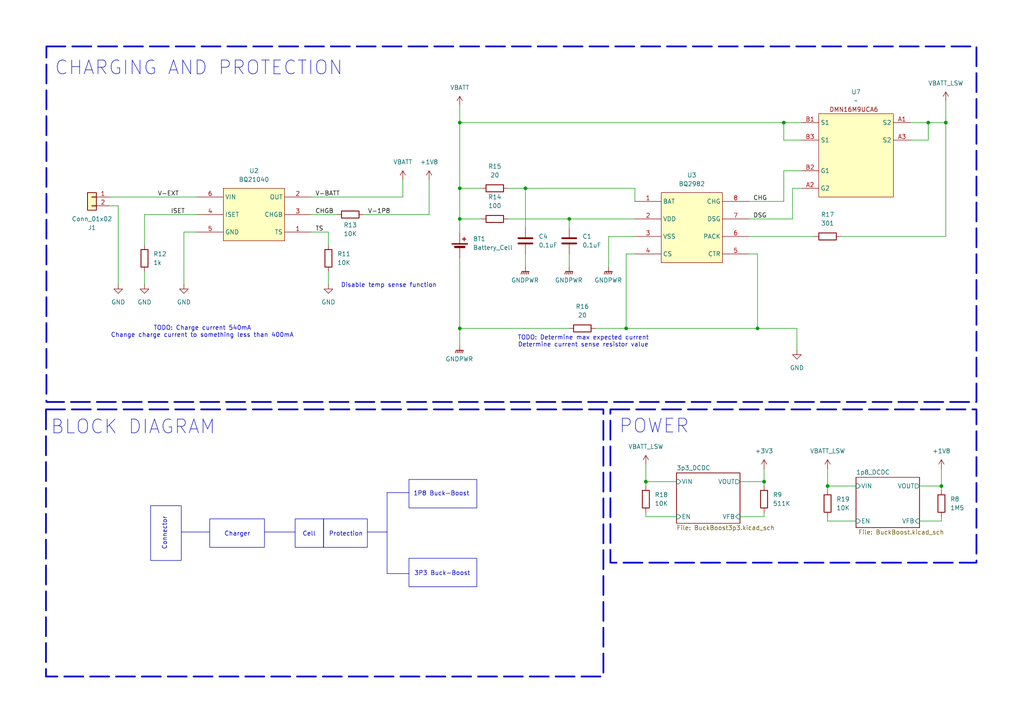
<source format=kicad_sch>
(kicad_sch (version 20250114) (generator "eeschema") (generator_version "9.0")
  (paper "A4")
  (title_block (company "Benjamin Tyrrell-Davis"))
  (lib_symbols
    (symbol "BQ2982:BQ2982"
      (property "Reference" "U" (at 0 0 0))
      (property "Value" "BQ2982" (at 3.81 -23.622 0))
      (symbol "BQ2982_0_1"
        (rectangle (start 0 -1.27) (end 17.78 -21.59) (fill (type color) (color 255 255 194 1)))
      )
      (symbol "BQ2982_1_1"
        (pin input line (at -7.62 -3.81 0) (length 7.62) (name "BAT") (number "1"))
        (pin input line (at -7.62 -8.89 0) (length 7.62) (name "VDD") (number "2"))
        (pin output line (at -7.62 -13.97 0) (length 7.62) (name "VSS") (number "3"))
        (pin input line (at -7.62 -19.05 0) (length 7.62) (name "CS") (number "4"))
        (pin output line (at 25.4 -3.81 180) (length 7.62) (name "CHG") (number "8"))
        (pin output line (at 25.4 -8.89 180) (length 7.62) (name "DSG") (number "7"))
        (pin input line (at 25.4 -13.97 180) (length 7.62) (name "PACK") (number "6"))
        (pin input line (at 25.4 -19.05 180) (length 7.62) (name "CTR") (number "5"))
      )
    )
    (symbol "Connector_Generic:Conn_01x02" (pin_names (offset 1.016) (hide yes))
      (property "Reference" "J" (at 0 2.54 0))
      (property "Value" "Conn_01x02" (at 0 -5.08 0))
      (symbol "Conn_01x02_1_1"
        (rectangle (start -1.27 1.27) (end 1.27 -3.81) (stroke (width 0.254)) (fill (type background)))
        (rectangle (start -1.27 0.127) (end 0 -0.127) (stroke (width 0.1524)))
        (rectangle (start -1.27 -2.413) (end 0 -2.667) (stroke (width 0.1524)))
        (pin passive line (at -5.08 0 0) (length 3.81) (name "Pin_1") (number "1"))
        (pin passive line (at -5.08 -2.54 0) (length 3.81) (name "Pin_2") (number "2"))
      )
    )
    (symbol "DMN16M9UCA6:DMN16M9UCA6"
      (property "Reference" "U" (at 0 0 0))
      (symbol "DMN16M9UCA6_1_1"
        (rectangle (start 0 -1.27) (end 21.59 -25.4) (fill (type color) (color 255 255 194 1)))
        (text "DMN16M9UCA6" (at 10.16 0 0) (effects (font (size 1.27 1.27))))
        (pin input line (at -5.08 -3.81 0) (length 5.08) (name "S1") (number "B1"))
        (pin input line (at -5.08 -8.89 0) (length 5.08) (name "S1") (number "B3"))
        (pin input line (at -5.08 -17.78 0) (length 5.08) (name "G1") (number "B2"))
        (pin input line (at -5.08 -22.86 0) (length 5.08) (name "G2") (number "A2"))
        (pin output line (at 26.67 -3.81 180) (length 5.08) (name "S2") (number "A1"))
        (pin output line (at 26.67 -8.89 180) (length 5.08) (name "S2") (number "A3"))
      )
    )
    (symbol "Device:Battery_Cell" (pin_numbers (hide yes)) (pin_names (offset 0) (hide yes))
      (property "Reference" "BT" (at 2.54 2.54 0))
      (property "Value" "Battery_Cell" (at 2.54 0 0))
      (symbol "Battery_Cell_0_1"
        (rectangle (start -2.286 1.778) (end 2.286 1.524) (fill (type outline)))
        (rectangle (start -1.524 1.016) (end 1.524 0.508) (fill (type outline)))
        (polyline (pts (xy 0 1.778) (xy 0 2.54)))
        (polyline (pts (xy 0 0.762) (xy 0 0)))
        (polyline (pts (xy 0.762 3.048) (xy 1.778 3.048)) (stroke (width 0.254)))
        (polyline (pts (xy 1.27 3.556) (xy 1.27 2.54)) (stroke (width 0.254)))
      )
      (symbol "Battery_Cell_1_1"
        (pin passive line (at 0 5.08 270) (length 2.54) (name "+") (number "1"))
        (pin passive line (at 0 -2.54 90) (length 2.54) (name "-") (number "2"))
      )
    )
    (symbol "Device:C" (pin_numbers (hide yes)) (pin_names (offset 0.254))
      (property "Reference" "C" (at 0.635 2.54 0))
      (property "Value" "C" (at 0.635 -2.54 0))
      (symbol "C_0_1"
        (polyline (pts (xy -2.032 0.762) (xy 2.032 0.762)) (stroke (width 0.508)))
        (polyline (pts (xy -2.032 -0.762) (xy 2.032 -0.762)) (stroke (width 0.508)))
      )
      (symbol "C_1_1"
        (pin passive line (at 0 3.81 270) (length 2.794) (name "~") (number "1"))
        (pin passive line (at 0 -3.81 90) (length 2.794) (name "~") (number "2"))
      )
    )
    (symbol "Device:R" (pin_numbers (hide yes)) (pin_names (offset 0))
      (property "Reference" "R" (at 2.032 0 90))
      (property "Value" "R" (at 0 0 90))
      (symbol "R_0_1"
        (rectangle (start -1.016 -2.54) (end 1.016 2.54) (stroke (width 0.254)))
      )
      (symbol "R_1_1"
        (pin passive line (at 0 3.81 270) (length 1.27) (name "~") (number "1"))
        (pin passive line (at 0 -3.81 90) (length 1.27) (name "~") (number "2"))
      )
    )
    (symbol "bq21040:BQ21040"
      (property "Reference" "U" (at 0 0 0))
      (property "Value" "BQ21040" (at 4.318 -18.034 0))
      (symbol "BQ21040_0_1"
        (rectangle (start 0 -1.27) (end 17.78 -16.51) (fill (type color) (color 255 255 194 1)))
      )
      (symbol "BQ21040_1_1"
        (pin power_in line (at -7.62 -3.81 0) (length 7.62) (name "VIN") (number "6"))
        (pin input line (at -7.62 -8.89 0) (length 7.62) (name "ISET") (number "4"))
        (pin power_out line (at -7.62 -13.97 0) (length 7.62) (name "GND") (number "5"))
        (pin output line (at 25.4 -3.81 180) (length 7.62) (name "OUT") (number "2"))
        (pin output line (at 25.4 -8.89 180) (length 7.62) (name "CHGB") (number "3"))
        (pin input line (at 25.4 -13.97 180) (length 7.62) (name "TS") (number "1"))
      )
    )
    (symbol "power:+1V8" (power) (pin_numbers (hide yes)) (pin_names (offset 0) (hide yes))
      (property "Value" "+1V8" (at 0 3.556 0))
      (symbol "+1V8_0_1"
        (polyline (pts (xy -0.762 1.27) (xy 0 2.54)))
        (polyline (pts (xy 0 2.54) (xy 0.762 1.27)))
        (polyline (pts (xy 0 0) (xy 0 2.54)))
      )
      (symbol "+1V8_1_1"
        (pin power_in line (at 0 0 90) (length 0) (name "~") (number "1"))
      )
    )
    (symbol "power:+3V3" (power) (pin_numbers (hide yes)) (pin_names (offset 0) (hide yes))
      (property "Value" "+3V3" (at 0 3.556 0))
      (symbol "+3V3_0_1"
        (polyline (pts (xy -0.762 1.27) (xy 0 2.54)))
        (polyline (pts (xy 0 2.54) (xy 0.762 1.27)))
        (polyline (pts (xy 0 0) (xy 0 2.54)))
      )
      (symbol "+3V3_1_1"
        (pin power_in line (at 0 0 90) (length 0) (name "~") (number "1"))
      )
    )
    (symbol "power:GND" (power) (pin_numbers (hide yes)) (pin_names (offset 0) (hide yes))
      (property "Value" "GND" (at 0 -3.81 0))
      (symbol "GND_0_1"
        (polyline (pts (xy 0 0) (xy 0 -1.27) (xy 1.27 -1.27) (xy 0 -2.54) (xy -1.27 -1.27) (xy 0 -1.27)))
      )
      (symbol "GND_1_1"
        (pin power_in line (at 0 0 270) (length 0) (name "~") (number "1"))
      )
    )
    (symbol "power:GNDPWR" (power) (pin_numbers (hide yes)) (pin_names (offset 0) (hide yes))
      (property "Value" "GNDPWR" (at 0 -3.302 0))
      (symbol "GNDPWR_0_1"
        (polyline (pts (xy -1.016 -1.27) (xy -1.27 -2.032) (xy -1.27 -2.032)) (stroke (width 0.2032)))
        (polyline (pts (xy -0.508 -1.27) (xy -0.762 -2.032) (xy -0.762 -2.032)) (stroke (width 0.2032)))
        (polyline (pts (xy 0 -1.27) (xy 0 0)))
        (polyline (pts (xy 0 -1.27) (xy -0.254 -2.032) (xy -0.254 -2.032)) (stroke (width 0.2032)))
        (polyline (pts (xy 0.508 -1.27) (xy 0.254 -2.032) (xy 0.254 -2.032)) (stroke (width 0.2032)))
        (polyline (pts (xy 1.016 -1.27) (xy -1.016 -1.27) (xy -1.016 -1.27)) (stroke (width 0.2032)))
        (polyline (pts (xy 1.016 -1.27) (xy 0.762 -2.032) (xy 0.762 -2.032) (xy 0.762 -2.032)) (stroke (width 0.2032)))
      )
      (symbol "GNDPWR_1_1"
        (pin power_in line (at 0 0 270) (length 0) (name "~") (number "1"))
      )
    )
    (symbol "power:VD" (power) (pin_numbers (hide yes)) (pin_names (offset 0) (hide yes))
      (property "Value" "VD" (at 0 3.556 0))
      (symbol "VD_0_1"
        (polyline (pts (xy -0.762 1.27) (xy 0 2.54)))
        (polyline (pts (xy 0 2.54) (xy 0.762 1.27)))
        (polyline (pts (xy 0 0) (xy 0 2.54)))
      )
      (symbol "VD_1_1"
        (pin power_in line (at 0 0 90) (length 0) (name "~") (number "1"))
      )
    )
  )
  (rectangle (start 93.853 150.495) (end 106.553 158.75))
  (rectangle (start 177.038 118.745) (end 283.21 163.195) (stroke (width 0.5) (type dash)))
  (rectangle (start 13.462 13.462) (end 283.21 116.586) (stroke (width 0.5) (type dash)))
  (rectangle (start 43.688 146.685) (end 52.578 162.56))
  (rectangle (start 118.618 161.925) (end 138.303 170.18))
  (rectangle (start 118.618 139.065) (end 138.303 147.32))
  (rectangle (start 85.598 150.495) (end 93.853 158.75))
  (rectangle (start 13.335 118.745) (end 175.006 196.215) (stroke (width 0.5) (type dash)))
  (rectangle (start 60.833 150.495) (end 76.708 158.75))
  (text "CHARGING AND PROTECTION\n" (at 57.658 19.812 0) (effects (font (size 4 4))))
  (text "BLOCK DIAGRAM" (at 38.608 123.952 0) (effects (font (size 4 4))))
  (text "3P3 Buck-Boost" (at 128.27 166.37 0) (effects (font (size 1.27 1.27))))
  (text "Protection" (at 100.33 154.94 0) (effects (font (size 1.27 1.27))))
  (text "1P8 Buck-Boost" (at 128.016 143.256 0) (effects (font (size 1.27 1.27))))
  (text "POWER\n" (at 189.738 123.698 0) (effects (font (size 4 4))))
  (text "Cell" (at 89.662 154.94 0) (effects (font (size 1.27 1.27))))
  (text "Disable temp sense function" (at 112.776 82.804 0) (effects (font (size 1.27 1.27))))
  (text "Charger" (at 68.834 154.94 0) (effects (font (size 1.27 1.27))))
  (text "TODO: Determine max expected current\nDetermine current sense resistor value" (at 169.164 99.06 0) (effects (font (size 1.27 1.27))))
  (text "TODO: Charge current 540mA\nChange charge current to something less than 400mA" (at 58.674 96.266 0) (effects (font (size 1.27 1.27))))
  (text "Connector" (at 47.752 154.686 90) (effects (font (size 1.27 1.27))))
  (junction (at 152.4 54.61))
  (junction (at 219.71 95.25))
  (junction (at 133.35 63.5))
  (junction (at 221.615 139.7))
  (junction (at 187.325 139.7))
  (junction (at 240.03 140.97))
  (junction (at 133.35 95.25))
  (junction (at 227.33 35.56))
  (junction (at 273.05 140.97))
  (junction (at 165.1 63.5))
  (junction (at 269.24 35.56))
  (junction (at 181.61 95.25))
  (junction (at 133.35 54.61))
  (junction (at 274.32 35.56))
  (junction (at 133.35 35.56))
  (wire (pts (xy 34.29 59.69) (xy 34.29 82.55)))
  (wire (pts (xy 227.33 40.64) (xy 227.33 35.56)))
  (wire (pts (xy 221.615 139.7) (xy 221.615 140.97)))
  (wire (pts (xy 165.1 63.5) (xy 184.15 63.5)))
  (wire (pts (xy 269.24 35.56) (xy 274.32 35.56)))
  (wire (pts (xy 214.63 149.86) (xy 221.615 149.86)))
  (wire (pts (xy 90.17 62.23) (xy 97.79 62.23)))
  (wire (pts (xy 152.4 54.61) (xy 152.4 66.04)))
  (wire (pts (xy 57.15 67.31) (xy 53.34 67.31)))
  (wire (pts (xy 214.63 139.7) (xy 221.615 139.7)))
  (wire (pts (xy 229.87 54.61) (xy 229.87 63.5)))
  (wire (pts (xy 147.32 63.5) (xy 165.1 63.5)))
  (wire (pts (xy 133.35 63.5) (xy 139.7 63.5)))
  (wire (pts (xy 217.17 68.58) (xy 236.22 68.58)))
  (wire (pts (xy 53.34 67.31) (xy 53.34 82.55)))
  (wire (pts (xy 240.03 151.13) (xy 248.285 151.13)))
  (wire (pts (xy 90.17 67.31) (xy 95.25 67.31)))
  (wire (pts (xy 133.35 74.93) (xy 133.35 95.25)))
  (wire (pts (xy 105.41 62.23) (xy 124.46 62.23)))
  (wire (pts (xy 152.4 73.66) (xy 152.4 77.47)))
  (wire (pts (xy 231.14 95.25) (xy 231.14 101.6)))
  (wire (pts (xy 41.91 62.23) (xy 57.15 62.23)))
  (polyline (pts (xy 106.553 154.305) (xy 112.268 154.305)))
  (wire (pts (xy 221.615 149.86) (xy 221.615 148.59)))
  (wire (pts (xy 274.32 29.21) (xy 274.32 35.56)))
  (wire (pts (xy 217.17 58.42) (xy 227.33 58.42)))
  (polyline (pts (xy 112.268 154.305) (xy 112.268 166.37)))
  (wire (pts (xy 181.61 73.66) (xy 184.15 73.66)))
  (wire (pts (xy 133.35 35.56) (xy 227.33 35.56)))
  (wire (pts (xy 133.35 63.5) (xy 133.35 54.61)))
  (wire (pts (xy 217.17 63.5) (xy 229.87 63.5)))
  (wire (pts (xy 187.325 148.59) (xy 187.325 149.86)))
  (wire (pts (xy 221.615 135.89) (xy 221.615 139.7)))
  (wire (pts (xy 124.46 52.07) (xy 124.46 62.23)))
  (wire (pts (xy 240.03 149.86) (xy 240.03 151.13)))
  (wire (pts (xy 227.33 49.53) (xy 227.33 58.42)))
  (wire (pts (xy 133.35 67.31) (xy 133.35 63.5)))
  (wire (pts (xy 273.05 135.89) (xy 273.05 140.97)))
  (polyline (pts (xy 112.268 166.37) (xy 118.618 166.37)))
  (wire (pts (xy 133.35 95.25) (xy 165.1 95.25)))
  (wire (pts (xy 232.41 40.64) (xy 227.33 40.64)))
  (wire (pts (xy 181.61 73.66) (xy 181.61 95.25)))
  (polyline (pts (xy 112.268 154.305) (xy 112.268 142.875)))
  (wire (pts (xy 187.325 134.62) (xy 187.325 139.7)))
  (wire (pts (xy 229.87 54.61) (xy 232.41 54.61)))
  (wire (pts (xy 184.15 54.61) (xy 184.15 58.42)))
  (wire (pts (xy 152.4 54.61) (xy 184.15 54.61)))
  (polyline (pts (xy 52.578 154.305) (xy 60.833 154.305)))
  (wire (pts (xy 133.35 54.61) (xy 139.7 54.61)))
  (wire (pts (xy 176.53 68.58) (xy 176.53 77.47)))
  (wire (pts (xy 227.33 49.53) (xy 232.41 49.53)))
  (wire (pts (xy 274.32 35.56) (xy 274.32 68.58)))
  (wire (pts (xy 273.05 142.24) (xy 273.05 140.97)))
  (wire (pts (xy 172.72 95.25) (xy 181.61 95.25)))
  (wire (pts (xy 264.16 40.64) (xy 269.24 40.64)))
  (wire (pts (xy 187.325 149.86) (xy 196.215 149.86)))
  (wire (pts (xy 31.75 57.15) (xy 57.15 57.15)))
  (wire (pts (xy 116.84 52.07) (xy 116.84 57.15)))
  (wire (pts (xy 41.91 78.74) (xy 41.91 82.55)))
  (wire (pts (xy 274.32 68.58) (xy 243.84 68.58)))
  (wire (pts (xy 219.71 95.25) (xy 231.14 95.25)))
  (wire (pts (xy 133.35 30.48) (xy 133.35 35.56)))
  (wire (pts (xy 187.325 139.7) (xy 196.215 139.7)))
  (wire (pts (xy 41.91 71.12) (xy 41.91 62.23)))
  (wire (pts (xy 219.71 73.66) (xy 219.71 95.25)))
  (wire (pts (xy 147.32 54.61) (xy 152.4 54.61)))
  (wire (pts (xy 187.325 139.7) (xy 187.325 140.97)))
  (wire (pts (xy 266.7 140.97) (xy 273.05 140.97)))
  (wire (pts (xy 181.61 95.25) (xy 219.71 95.25)))
  (wire (pts (xy 273.05 151.13) (xy 273.05 149.86)))
  (wire (pts (xy 240.03 140.97) (xy 248.285 140.97)))
  (wire (pts (xy 264.16 35.56) (xy 269.24 35.56)))
  (wire (pts (xy 90.17 57.15) (xy 116.84 57.15)))
  (polyline (pts (xy 76.708 154.305) (xy 85.598 154.305)))
  (wire (pts (xy 232.41 35.56) (xy 227.33 35.56)))
  (wire (pts (xy 165.1 63.5) (xy 165.1 66.04)))
  (wire (pts (xy 240.03 140.97) (xy 240.03 142.24)))
  (wire (pts (xy 133.35 95.25) (xy 133.35 100.33)))
  (wire (pts (xy 95.25 67.31) (xy 95.25 71.12)))
  (wire (pts (xy 31.75 59.69) (xy 34.29 59.69)))
  (polyline (pts (xy 112.268 142.875) (xy 118.618 142.875)))
  (wire (pts (xy 240.03 135.89) (xy 240.03 140.97)))
  (wire (pts (xy 165.1 73.66) (xy 165.1 77.47)))
  (wire (pts (xy 219.71 73.66) (xy 217.17 73.66)))
  (wire (pts (xy 184.15 68.58) (xy 176.53 68.58)))
  (wire (pts (xy 95.25 78.74) (xy 95.25 82.55)))
  (wire (pts (xy 133.35 35.56) (xy 133.35 54.61)))
  (wire (pts (xy 273.05 151.13) (xy 266.7 151.13)))
  (wire (pts (xy 269.24 40.64) (xy 269.24 35.56)))
  (label "DSG" (at 218.44 63.5 0))
  (label "V-BATT" (at 91.44 57.15 0))
  (label "V-EXT" (at 45.72 57.15 0))
  (label "CHGB" (at 91.44 62.23 0))
  (label "ISET" (at 49.53 62.23 0))
  (label "TS" (at 91.44 67.31 0))
  (label "CHG" (at 218.44 58.42 0))
  (label "V-1P8" (at 106.68 62.23 0))
  (symbol (lib_id "power:GNDPWR") (at 176.53 77.47 0) (unit 1)
    (property "Reference" "#PWR025" (effects (hide yes)))
    (property "Value" "GNDPWR" (at 176.403 81.28 0))
    (property "Description" "Power symbol creates a global label with name \"GNDPWR\" , global ground" (effects (hide yes)))
  )
  (symbol (lib_id "Device:Battery_Cell") (at 133.35 72.39 0) (unit 1)
    (property "Reference" "BT1" (at 137.16 69.2784 0) (effects (justify left)))
    (property "Value" "Battery_Cell" (at 137.16 71.8184 0) (effects (justify left)))
    (property "Description" "Single-cell battery" (effects (hide yes)))
  )
  (symbol (lib_id "power:VD") (at 274.32 29.21 0) (unit 1)
    (property "Reference" "#PWR09" (effects (hide yes)))
    (property "Value" "VBATT_LSW" (at 274.32 24.13 0))
    (property "Description" "Power symbol creates a global label with name \"VD\"" (effects (hide yes)))
  )
  (symbol (lib_id "power:GND") (at 41.91 82.55 0) (unit 1)
    (property "Reference" "#PWR07" (effects (hide yes)))
    (property "Value" "GND" (at 41.91 87.63 0))
    (property "Description" "Power symbol creates a global label with name \"GND\" , ground" (effects (hide yes)))
  )
  (symbol (lib_id "Device:R") (at 168.91 95.25 90) (unit 1)
    (property "Reference" "R16" (at 168.91 88.9 90))
    (property "Value" "20" (at 168.91 91.44 90))
    (property "Footprint" "Resistor_SMD:R_0402_1005Metric" (effects (hide yes)))
    (property "Description" "Resistor" (effects (hide yes)))
  )
  (symbol (lib_id "DMN16M9UCA6:DMN16M9UCA6") (at 237.49 31.75 0) (unit 1)
    (property "Reference" "U7" (at 248.285 26.67 0))
    (property "Value" "~" (at 248.285 29.21 0))
  )
  (symbol (lib_id "BQ2982:BQ2982") (at 191.77 54.61 0) (unit 1)
    (property "Reference" "U3" (at 200.66 50.8 0))
    (property "Value" "BQ2982" (at 200.66 53.34 0))
  )
  (symbol (lib_id "power:VD") (at 133.35 30.48 0) (unit 1)
    (property "Reference" "#PWR04" (effects (hide yes)))
    (property "Value" "VBATT" (at 133.35 25.4 0))
    (property "Description" "Power symbol creates a global label with name \"VD\"" (effects (hide yes)))
  )
  (symbol (lib_id "Device:R") (at 143.51 63.5 90) (unit 1)
    (property "Reference" "R14" (at 143.51 57.15 90))
    (property "Value" "100" (at 143.51 59.69 90))
    (property "Footprint" "Resistor_SMD:R_0402_1005Metric" (effects (hide yes)))
    (property "Description" "Resistor" (effects (hide yes)))
  )
  (symbol (lib_id "power:GNDPWR") (at 165.1 77.47 0) (unit 1)
    (property "Reference" "#PWR024" (effects (hide yes)))
    (property "Value" "GNDPWR" (at 164.973 81.28 0))
    (property "Description" "Power symbol creates a global label with name \"GNDPWR\" , global ground" (effects (hide yes)))
  )
  (symbol (lib_id "Device:R") (at 187.325 144.78 0) (unit 1)
    (property "Reference" "R18" (at 189.865 143.5099 0) (effects (justify left)))
    (property "Value" "10K" (at 189.865 146.0499 0) (effects (justify left)))
    (property "Footprint" "Resistor_SMD:R_0402_1005Metric" (effects (hide yes)))
    (property "Description" "Resistor" (effects (hide yes)))
  )
  (symbol (lib_id "Device:R") (at 240.03 146.05 0) (unit 1)
    (property "Reference" "R19" (at 242.57 144.7799 0) (effects (justify left)))
    (property "Value" "10K" (at 242.57 147.3199 0) (effects (justify left)))
    (property "Footprint" "Resistor_SMD:R_0402_1005Metric" (effects (hide yes)))
    (property "Description" "Resistor" (effects (hide yes)))
  )
  (symbol (lib_id "power:GNDPWR") (at 152.4 77.47 0) (unit 1)
    (property "Reference" "#PWR023" (effects (hide yes)))
    (property "Value" "GNDPWR" (at 152.273 81.28 0))
    (property "Description" "Power symbol creates a global label with name \"GNDPWR\" , global ground" (effects (hide yes)))
  )
  (symbol (lib_id "power:GND") (at 53.34 82.55 0) (unit 1)
    (property "Reference" "#PWR03" (effects (hide yes)))
    (property "Value" "GND" (at 53.34 87.63 0))
    (property "Description" "Power symbol creates a global label with name \"GND\" , ground" (effects (hide yes)))
  )
  (symbol (lib_id "Device:C") (at 152.4 69.85 0) (unit 1)
    (property "Reference" "C4" (at 156.21 68.5799 0) (effects (justify left)))
    (property "Value" "0.1uF" (at 156.21 71.1199 0) (effects (justify left)))
    (property "Footprint" "Capacitor_SMD:C_0402_1005Metric" (effects (hide yes)))
    (property "Description" "Unpolarized capacitor" (effects (hide yes)))
  )
  (symbol (lib_id "Device:R") (at 41.91 74.93 0) (unit 1)
    (property "Reference" "R12" (at 44.45 73.6599 0) (effects (justify left)))
    (property "Value" "1k" (at 44.45 76.1999 0) (effects (justify left)))
    (property "Footprint" "Resistor_SMD:R_0402_1005Metric" (effects (hide yes)))
    (property "Description" "Resistor" (effects (hide yes)))
  )
  (symbol (lib_id "power:GND") (at 231.14 101.6 0) (unit 1)
    (property "Reference" "#PWR021" (effects (hide yes)))
    (property "Value" "GND" (at 231.14 106.68 0))
    (property "Description" "Power symbol creates a global label with name \"GND\" , ground" (effects (hide yes)))
  )
  (symbol (lib_id "Device:R") (at 143.51 54.61 90) (unit 1)
    (property "Reference" "R15" (at 143.51 48.26 90))
    (property "Value" "20" (at 143.51 50.8 90))
    (property "Footprint" "Resistor_SMD:R_0402_1005Metric" (effects (hide yes)))
    (property "Description" "Resistor" (effects (hide yes)))
  )
  (symbol (lib_id "power:GND") (at 34.29 82.55 0) (unit 1)
    (property "Reference" "#PWR028" (effects (hide yes)))
    (property "Value" "GND" (at 34.29 87.63 0))
    (property "Description" "Power symbol creates a global label with name \"GND\" , ground" (effects (hide yes)))
  )
  (symbol (lib_id "power:+1V8") (at 124.46 52.07 0) (unit 1)
    (property "Reference" "#PWR035" (effects (hide yes)))
    (property "Value" "+1V8" (at 124.46 46.99 0))
    (property "Description" "Power symbol creates a global label with name \"+1V8\"" (effects (hide yes)))
  )
  (symbol (lib_id "Device:R") (at 95.25 74.93 0) (unit 1)
    (property "Reference" "R11" (at 97.79 73.6599 0) (effects (justify left)))
    (property "Value" "10K" (at 97.79 76.1999 0) (effects (justify left)))
    (property "Footprint" "Resistor_SMD:R_0402_1005Metric" (effects (hide yes)))
    (property "Description" "Resistor" (effects (hide yes)))
  )
  (symbol (lib_id "power:VD") (at 240.03 135.89 0) (unit 1)
    (property "Reference" "#PWR027" (effects (hide yes)))
    (property "Value" "VBATT_LSW" (at 240.03 130.81 0))
    (property "Description" "Power symbol creates a global label with name \"VD\"" (effects (hide yes)))
  )
  (symbol (lib_id "bq21040:BQ21040") (at 64.77 53.34 0) (unit 1)
    (property "Reference" "U2" (at 73.66 49.53 0))
    (property "Value" "BQ21040" (at 73.66 52.07 0))
  )
  (symbol (lib_id "power:+3V3") (at 221.615 135.89 0) (unit 1)
    (property "Reference" "#PWR031" (effects (hide yes)))
    (property "Value" "+3V3" (at 221.615 130.81 0))
    (property "Description" "Power symbol creates a global label with name \"+3V3\"" (effects (hide yes)))
  )
  (symbol (lib_id "power:GNDPWR") (at 133.35 100.33 0) (unit 1)
    (property "Reference" "#PWR022" (effects (hide yes)))
    (property "Value" "GNDPWR" (at 133.223 104.14 0))
    (property "Description" "Power symbol creates a global label with name \"GNDPWR\" , global ground" (effects (hide yes)))
  )
  (symbol (lib_id "power:GND") (at 95.25 82.55 0) (unit 1)
    (property "Reference" "#PWR06" (effects (hide yes)))
    (property "Value" "GND" (at 95.25 87.63 0))
    (property "Description" "Power symbol creates a global label with name \"GND\" , ground" (effects (hide yes)))
  )
  (symbol (lib_id "Device:R") (at 273.05 146.05 0) (unit 1)
    (property "Reference" "R8" (at 275.59 144.7799 0) (effects (justify left)))
    (property "Value" "1M5" (at 275.59 147.3199 0) (effects (justify left)))
    (property "Footprint" "Resistor_SMD:R_0402_1005Metric" (effects (hide yes)))
    (property "Description" "Resistor" (effects (hide yes)))
  )
  (symbol (lib_id "Connector_Generic:Conn_01x02") (at 26.67 57.15 0) (mirror y) (unit 1)
    (property "Reference" "J1" (at 26.67 66.04 0))
    (property "Value" "Conn_01x02" (at 26.67 63.5 0))
    (property "Description" "303C-C4515-40-02-1" (effects (hide yes)))
  )
  (symbol (lib_id "Device:C") (at 165.1 69.85 0) (unit 1)
    (property "Reference" "C1" (at 168.91 68.5799 0) (effects (justify left)))
    (property "Value" "0.1uF" (at 168.91 71.1199 0) (effects (justify left)))
    (property "Footprint" "Capacitor_SMD:C_0402_1005Metric" (effects (hide yes)))
    (property "Description" "Unpolarized capacitor" (effects (hide yes)))
  )
  (symbol (lib_id "Device:R") (at 101.6 62.23 90) (unit 1)
    (property "Reference" "R13" (at 101.6 65.278 90))
    (property "Value" "10K" (at 101.6 67.818 90))
    (property "Footprint" "Resistor_SMD:R_0402_1005Metric" (effects (hide yes)))
    (property "Description" "Resistor" (effects (hide yes)))
  )
  (symbol (lib_id "power:+1V8") (at 273.05 135.89 0) (unit 1)
    (property "Reference" "#PWR034" (effects (hide yes)))
    (property "Value" "+1V8" (at 273.05 130.81 0))
    (property "Description" "Power symbol creates a global label with name \"+1V8\"" (effects (hide yes)))
  )
  (symbol (lib_id "Device:R") (at 240.03 68.58 90) (unit 1)
    (property "Reference" "R17" (at 240.03 62.23 90))
    (property "Value" "301" (at 240.03 64.77 90))
    (property "Footprint" "Resistor_SMD:R_0402_1005Metric" (effects (hide yes)))
    (property "Description" "Resistor" (effects (hide yes)))
  )
  (symbol (lib_id "power:VD") (at 116.84 52.07 0) (unit 1)
    (property "Reference" "#PWR020" (effects (hide yes)))
    (property "Value" "VBATT" (at 116.84 46.99 0))
    (property "Description" "Power symbol creates a global label with name \"VD\"" (effects (hide yes)))
  )
  (symbol (lib_id "Device:R") (at 221.615 144.78 0) (unit 1)
    (property "Reference" "R9" (at 224.155 143.5099 0) (effects (justify left)))
    (property "Value" "511K" (at 224.155 146.0499 0) (effects (justify left)))
    (property "Footprint" "Resistor_SMD:R_0402_1005Metric" (effects (hide yes)))
    (property "Description" "Resistor" (effects (hide yes)))
  )
  (symbol (lib_id "power:VD") (at 187.325 134.62 0) (unit 1)
    (property "Reference" "#PWR026" (effects (hide yes)))
    (property "Value" "VBATT_LSW" (at 187.325 129.54 0))
    (property "Description" "Power symbol creates a global label with name \"VD\"" (effects (hide yes)))
  )
  (sheet (at 196.215 137.16) (size 18.415 14.605) (stroke (width 0.1524))
    (property "Sheetname" "3p3_DCDC" (at 196.215 136.4484 0) (effects (justify left bottom)))
    (property "Sheetfile" "BuckBoost3p3.kicad_sch" (at 196.215 152.3496 0) (effects (justify left top)))
    (pin "EN" input (at 196.215 149.86 180))
    (pin "VIN" input (at 196.215 139.7 180))
    (pin "VOUT" output (at 214.63 139.7 0))
    (pin "VFB" input (at 214.63 149.86 0))
  )
  (sheet (at 248.285 138.43) (size 18.415 14.605) (stroke (width 0.1524))
    (property "Sheetname" "1p8_DCDC" (at 248.285 137.7184 0) (effects (justify left bottom)))
    (property "Sheetfile" "BuckBoost.kicad_sch" (at 248.92 153.6196 0) (effects (justify left top)))
    (pin "EN" input (at 248.285 151.13 180))
    (pin "VIN" input (at 248.285 140.97 180))
    (pin "VOUT" output (at 266.7 140.97 0))
    (pin "VFB" input (at 266.7 151.13 0))
  )
)
</source>
